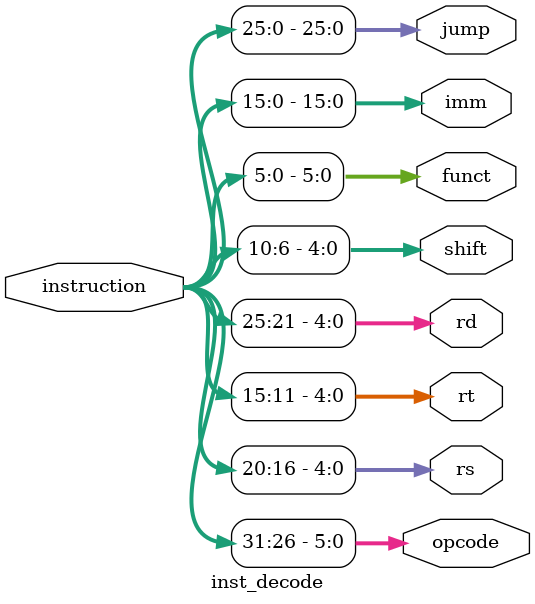
<source format=sv>

module inst_decode (
  input [31:0] instruction,
  output [5:0] opcode,
  output [4:0] rs,
  output [4:0] rt,
  output [4:0] rd,
  output [4:0] shift,
  output [5:0] funct,
  output [15:0] imm,
  output [25:0] jump
);
  // General
  assign opcode = instruction[31:26];
  assign rd = instruction[25:21];
  assign rs = instruction[20:16];
  
  // R type
  assign rt = instruction[15:11];
  assign shift = instruction[10:6];
  assign funct = instruction[5:0];
  
  // I Type
  assign imm = instruction[15:0];
  
  // J type
  assign jump = instruction[25:0];

endmodule
</source>
